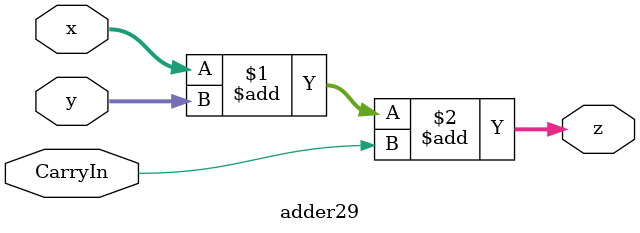
<source format=v>
module adder29 ( CarryIn, x, y, z ) ;
   input CarryIn;
   input  [27:0] x, y ;
   output [28:0] z ;
   assign z = x[27:0] + y[27:0] + CarryIn ;
endmodule
</source>
